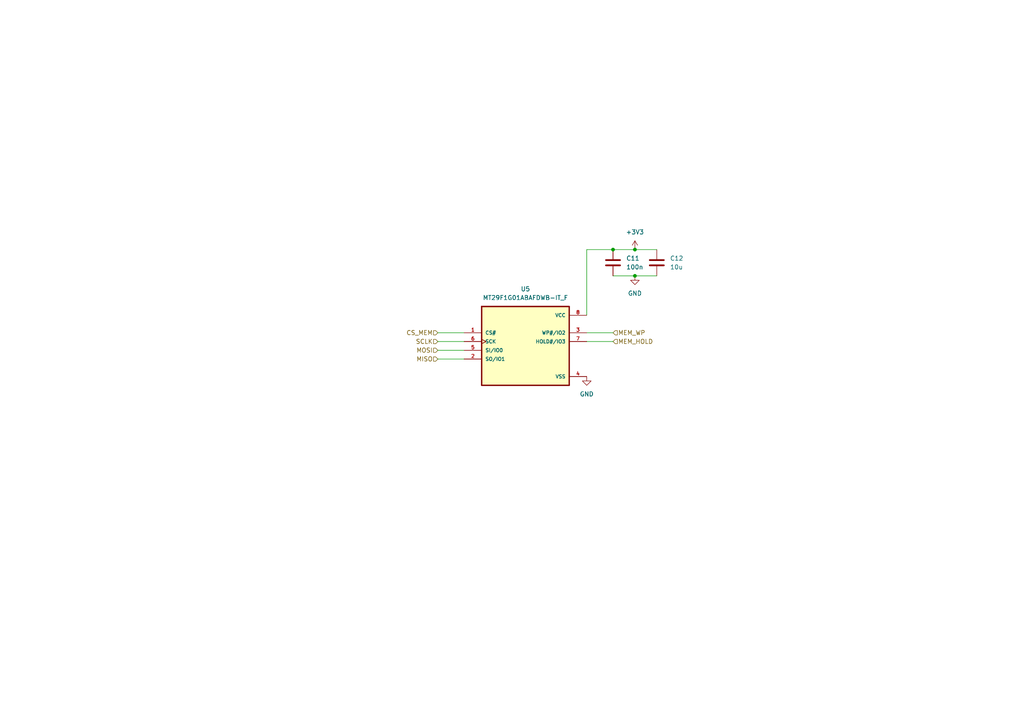
<source format=kicad_sch>
(kicad_sch (version 20211123) (generator eeschema)
  (paper "A4")
  (title_block (title "PAL 9000") (date "3/5/2022") (rev "2") (company "Purdue Space Program High Altitude"))
  (lib_symbols
    (symbol "Device:C" (pin_numbers hide) (pin_names (offset 0.254))
      (property "Reference" "C" (at 0.635 2.54 0))
      (property "Value" "C" (at 0.635 -2.54 0))
      (symbol "C_0_1"
        (polyline (pts (xy -2.032 -0.762) (xy 2.032 -0.762)) (stroke (width 0.508)))
        (polyline (pts (xy -2.032 0.762) (xy 2.032 0.762)) (stroke (width 0.508)))
      )
      (symbol "C_1_1"
        (pin passive line (at 0 3.81 270) (length 2.794) (name "~") (number "1"))
        (pin passive line (at 0 -3.81 90) (length 2.794) (name "~") (number "2"))
      )
    )
    (symbol "MT29F1G01ABAFDWB-IT_F:MT29F1G01ABAFDWB-IT_F" (pin_names (offset 1.016))
      (property "Reference" "U" (at -12.7254 13.7414 0))
      (property "Value" "MT29F1G01ABAFDWB-IT_F" (at -12.7508 -14.224 0))
      (symbol "MT29F1G01ABAFDWB-IT_F_0_0"
        (rectangle (start -12.7 -10.16) (end 12.7 12.7) (stroke (width 0.4064)) (fill (type background)))
        (pin input line (at -17.78 5.08 0) (length 5.08) (name "CS#") (number "1"))
        (pin bidirectional line (at -17.78 -2.54 0) (length 5.08) (name "SO/IO1") (number "2"))
        (pin bidirectional line (at 17.78 5.08 180) (length 5.08) (name "WP#/IO2") (number "3"))
        (pin power_in line (at 17.78 -7.62 180) (length 5.08) (name "VSS") (number "4"))
        (pin bidirectional line (at -17.78 0 0) (length 5.08) (name "SI/IO0") (number "5"))
        (pin input clock (at -17.78 2.54 0) (length 5.08) (name "SCK") (number "6"))
        (pin bidirectional line (at 17.78 2.54 180) (length 5.08) (name "HOLD#/IO3") (number "7"))
        (pin power_in line (at 17.78 10.16 180) (length 5.08) (name "VCC") (number "8"))
      )
    )
    (symbol "power:+3V3" (power) (pin_names (offset 0))
      (property "Value" "+3V3" (at 0 3.556 0))
      (symbol "+3V3_0_1"
        (polyline (pts (xy -0.762 1.27) (xy 0 2.54)))
        (polyline (pts (xy 0 0) (xy 0 2.54)))
        (polyline (pts (xy 0 2.54) (xy 0.762 1.27)))
      )
      (symbol "+3V3_1_1"
        (pin power_in line (at 0 0 90) (length 0) hide (name "+3V3") (number "1"))
      )
    )
    (symbol "power:GND" (power) (pin_names (offset 0))
      (property "Value" "GND" (at 0 -3.81 0))
      (symbol "GND_0_1"
        (polyline (pts (xy 0 0) (xy 0 -1.27) (xy 1.27 -1.27) (xy 0 -2.54) (xy -1.27 -1.27) (xy 0 -1.27)))
      )
      (symbol "GND_1_1"
        (pin power_in line (at 0 0 270) (length 0) hide (name "GND") (number "1"))
      )
    )
  )
  (junction (at 184.15 80.01))
  (junction (at 184.15 72.39))
  (junction (at 177.8 72.39))
  (wire (pts (xy 127 104.14) (xy 134.62 104.14)))
  (wire (pts (xy 170.18 91.44) (xy 170.18 72.39)))
  (wire (pts (xy 177.8 80.01) (xy 184.15 80.01)))
  (wire (pts (xy 170.18 72.39) (xy 177.8 72.39)))
  (wire (pts (xy 170.18 96.52) (xy 177.8 96.52)))
  (wire (pts (xy 177.8 72.39) (xy 184.15 72.39)))
  (wire (pts (xy 127 99.06) (xy 134.62 99.06)))
  (wire (pts (xy 127 101.6) (xy 134.62 101.6)))
  (wire (pts (xy 127 96.52) (xy 134.62 96.52)))
  (wire (pts (xy 170.18 99.06) (xy 177.8 99.06)))
  (wire (pts (xy 184.15 72.39) (xy 190.5 72.39)))
  (wire (pts (xy 184.15 80.01) (xy 190.5 80.01)))
  (hierarchical_label "MISO" (shape input) (at 127 104.14 180))
  (hierarchical_label "MEM_HOLD" (shape input) (at 177.8 99.06 0))
  (hierarchical_label "MEM_WP" (shape input) (at 177.8 96.52 0))
  (hierarchical_label "CS_MEM" (shape input) (at 127 96.52 180))
  (hierarchical_label "MOSI" (shape input) (at 127 101.6 180))
  (hierarchical_label "SCLK" (shape input) (at 127 99.06 180))
  (symbol (lib_id "power:GND") (at 184.15 80.01 0) (unit 1)
    (property "Reference" "#PWR036" (effects hide))
    (property "Value" "GND" (at 184.15 85.09 0))
  )
  (symbol (lib_id "power:GND") (at 170.18 109.22 0) (unit 1)
    (property "Reference" "#PWR034" (effects hide))
    (property "Value" "GND" (at 170.18 114.3 0))
  )
  (symbol (lib_id "power:+3V3") (at 184.15 72.39 0) (unit 1)
    (property "Reference" "#PWR035" (effects hide))
    (property "Value" "+3V3" (at 184.15 67.31 0))
  )
  (symbol (lib_id "MT29F1G01ABAFDWB-IT_F:MT29F1G01ABAFDWB-IT_F") (at 152.4 101.6 0) (unit 1)
    (property "Reference" "U5" (at 152.4 83.82 0))
    (property "Value" "MT29F1G01ABAFDWB-IT_F" (at 152.4 86.36 0))
    (property "Footprint" "SON127P600X800X65-8N" (effects hide))
    (property "PARTREV" "LTR" (effects hide))
    (property "MANUFACTURER" "Micron Technology" (effects hide))
    (property "STANDARD" "IPC-7351B" (effects hide))
  )
  (symbol (lib_id "Device:C") (at 177.8 76.2 0) (unit 1)
    (property "Reference" "C11" (at 181.61 74.9299 0) (effects (justify left)))
    (property "Value" "100n" (at 181.61 77.4699 0) (effects (justify left)))
    (property "Footprint" "Capacitor_SMD:C_0603_1608Metric" (effects hide))
  )
  (symbol (lib_id "Device:C") (at 190.5 76.2 0) (unit 1)
    (property "Reference" "C12" (at 194.31 74.9299 0) (effects (justify left)))
    (property "Value" "10u" (at 194.31 77.4699 0) (effects (justify left)))
    (property "Footprint" "Capacitor_SMD:C_0603_1608Metric" (effects hide))
  )
)
</source>
